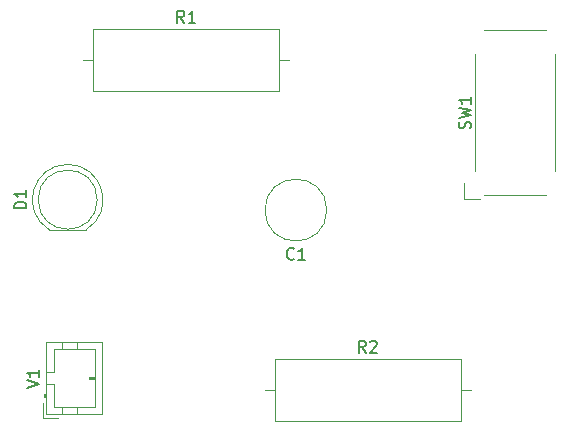
<source format=gbr>
%TF.GenerationSoftware,KiCad,Pcbnew,(6.0.10)*%
%TF.CreationDate,2023-02-17T15:21:22-08:00*%
%TF.ProjectId,LED,4c45442e-6b69-4636-9164-5f7063625858,rev?*%
%TF.SameCoordinates,Original*%
%TF.FileFunction,Legend,Top*%
%TF.FilePolarity,Positive*%
%FSLAX46Y46*%
G04 Gerber Fmt 4.6, Leading zero omitted, Abs format (unit mm)*
G04 Created by KiCad (PCBNEW (6.0.10)) date 2023-02-17 15:21:22*
%MOMM*%
%LPD*%
G01*
G04 APERTURE LIST*
%ADD10C,0.150000*%
%ADD11C,0.120000*%
G04 APERTURE END LIST*
D10*
%TO.C,D1*%
X110792352Y-81138111D02*
X109792352Y-81138111D01*
X109792352Y-80900016D01*
X109839972Y-80757158D01*
X109935210Y-80661920D01*
X110030448Y-80614301D01*
X110220924Y-80566682D01*
X110363781Y-80566682D01*
X110554257Y-80614301D01*
X110649495Y-80661920D01*
X110744733Y-80757158D01*
X110792352Y-80900016D01*
X110792352Y-81138111D01*
X110792352Y-79614301D02*
X110792352Y-80185730D01*
X110792352Y-79900016D02*
X109792352Y-79900016D01*
X109935210Y-79995254D01*
X110030448Y-80090492D01*
X110078067Y-80185730D01*
%TO.C,R2*%
X139533333Y-93352380D02*
X139200000Y-92876190D01*
X138961904Y-93352380D02*
X138961904Y-92352380D01*
X139342857Y-92352380D01*
X139438095Y-92400000D01*
X139485714Y-92447619D01*
X139533333Y-92542857D01*
X139533333Y-92685714D01*
X139485714Y-92780952D01*
X139438095Y-92828571D01*
X139342857Y-92876190D01*
X138961904Y-92876190D01*
X139914285Y-92447619D02*
X139961904Y-92400000D01*
X140057142Y-92352380D01*
X140295238Y-92352380D01*
X140390476Y-92400000D01*
X140438095Y-92447619D01*
X140485714Y-92542857D01*
X140485714Y-92638095D01*
X140438095Y-92780952D01*
X139866666Y-93352380D01*
X140485714Y-93352380D01*
%TO.C,SW1*%
X148374761Y-74365833D02*
X148422380Y-74222976D01*
X148422380Y-73984880D01*
X148374761Y-73889642D01*
X148327142Y-73842023D01*
X148231904Y-73794404D01*
X148136666Y-73794404D01*
X148041428Y-73842023D01*
X147993809Y-73889642D01*
X147946190Y-73984880D01*
X147898571Y-74175357D01*
X147850952Y-74270595D01*
X147803333Y-74318214D01*
X147708095Y-74365833D01*
X147612857Y-74365833D01*
X147517619Y-74318214D01*
X147470000Y-74270595D01*
X147422380Y-74175357D01*
X147422380Y-73937261D01*
X147470000Y-73794404D01*
X147422380Y-73461071D02*
X148422380Y-73222976D01*
X147708095Y-73032500D01*
X148422380Y-72842023D01*
X147422380Y-72603928D01*
X148422380Y-71699166D02*
X148422380Y-72270595D01*
X148422380Y-71984880D02*
X147422380Y-71984880D01*
X147565238Y-72080119D01*
X147660476Y-72175357D01*
X147708095Y-72270595D01*
%TO.C,R1*%
X124163333Y-65412380D02*
X123830000Y-64936190D01*
X123591904Y-65412380D02*
X123591904Y-64412380D01*
X123972857Y-64412380D01*
X124068095Y-64460000D01*
X124115714Y-64507619D01*
X124163333Y-64602857D01*
X124163333Y-64745714D01*
X124115714Y-64840952D01*
X124068095Y-64888571D01*
X123972857Y-64936190D01*
X123591904Y-64936190D01*
X125115714Y-65412380D02*
X124544285Y-65412380D01*
X124830000Y-65412380D02*
X124830000Y-64412380D01*
X124734761Y-64555238D01*
X124639523Y-64650476D01*
X124544285Y-64698095D01*
%TO.C,C1*%
X133453333Y-85387142D02*
X133405714Y-85434761D01*
X133262857Y-85482380D01*
X133167619Y-85482380D01*
X133024761Y-85434761D01*
X132929523Y-85339523D01*
X132881904Y-85244285D01*
X132834285Y-85053809D01*
X132834285Y-84910952D01*
X132881904Y-84720476D01*
X132929523Y-84625238D01*
X133024761Y-84530000D01*
X133167619Y-84482380D01*
X133262857Y-84482380D01*
X133405714Y-84530000D01*
X133453333Y-84577619D01*
X134405714Y-85482380D02*
X133834285Y-85482380D01*
X134120000Y-85482380D02*
X134120000Y-84482380D01*
X134024761Y-84625238D01*
X133929523Y-84720476D01*
X133834285Y-84768095D01*
%TO.C,V1*%
X110852380Y-96329523D02*
X111852380Y-95996190D01*
X110852380Y-95662857D01*
X111852380Y-94805714D02*
X111852380Y-95377142D01*
X111852380Y-95091428D02*
X110852380Y-95091428D01*
X110995238Y-95186666D01*
X111090476Y-95281904D01*
X111138095Y-95377142D01*
D11*
%TO.C,D1*%
X112754972Y-82960016D02*
X115844972Y-82960016D01*
X115844802Y-82960016D02*
G75*
G03*
X114299510Y-77410016I-1544830J2560000D01*
G01*
X114300434Y-77410016D02*
G75*
G03*
X112755142Y-82960016I-462J-2990000D01*
G01*
X116799972Y-80400016D02*
G75*
G03*
X116799972Y-80400016I-2500000J0D01*
G01*
%TO.C,R2*%
X148420000Y-96520000D02*
X147570000Y-96520000D01*
X130980000Y-96520000D02*
X131830000Y-96520000D01*
X147570000Y-93900000D02*
X131830000Y-93900000D01*
X131830000Y-93900000D02*
X131830000Y-99140000D01*
X147570000Y-99140000D02*
X147570000Y-93900000D01*
X131830000Y-99140000D02*
X147570000Y-99140000D01*
%TO.C,SW1*%
X154770000Y-80032500D02*
X149570000Y-80032500D01*
X149170000Y-80332500D02*
X147870000Y-80332500D01*
X148820000Y-77982500D02*
X148820000Y-68082500D01*
X155520000Y-68082500D02*
X155520000Y-77982500D01*
X147870000Y-80332500D02*
X147870000Y-79032500D01*
X149570000Y-66032500D02*
X154770000Y-66032500D01*
%TO.C,R1*%
X116460000Y-65960000D02*
X116460000Y-71200000D01*
X133050000Y-68580000D02*
X132200000Y-68580000D01*
X116460000Y-71200000D02*
X132200000Y-71200000D01*
X132200000Y-71200000D02*
X132200000Y-65960000D01*
X132200000Y-65960000D02*
X116460000Y-65960000D01*
X115610000Y-68580000D02*
X116460000Y-68580000D01*
%TO.C,C1*%
X136240000Y-81280000D02*
G75*
G03*
X136240000Y-81280000I-2620000J0D01*
G01*
%TO.C,V1*%
X112490000Y-96820000D02*
X112290000Y-96820000D01*
X113100000Y-96020000D02*
X113100000Y-97970000D01*
X113100000Y-97970000D02*
X116600000Y-97970000D01*
X116600000Y-95520000D02*
X116100000Y-95520000D01*
X113800000Y-92460000D02*
X113800000Y-93070000D01*
X113800000Y-98580000D02*
X113800000Y-97970000D01*
X115100000Y-98580000D02*
X115100000Y-97970000D01*
X112190000Y-98880000D02*
X113440000Y-98880000D01*
X116600000Y-97970000D02*
X116600000Y-93070000D01*
X115100000Y-92460000D02*
X115100000Y-93070000D01*
X116100000Y-95620000D02*
X116100000Y-95420000D01*
X112190000Y-97630000D02*
X112190000Y-98880000D01*
X112290000Y-97120000D02*
X112490000Y-97120000D01*
X113100000Y-93070000D02*
X113100000Y-95020000D01*
X117210000Y-98580000D02*
X117210000Y-92460000D01*
X112390000Y-96820000D02*
X112390000Y-97120000D01*
X116600000Y-93070000D02*
X113100000Y-93070000D01*
X116100000Y-95420000D02*
X116600000Y-95420000D01*
X113100000Y-95020000D02*
X112490000Y-95020000D01*
X112290000Y-96820000D02*
X112290000Y-97120000D01*
X112490000Y-96020000D02*
X113100000Y-96020000D01*
X112490000Y-98580000D02*
X117210000Y-98580000D01*
X117210000Y-92460000D02*
X112490000Y-92460000D01*
X116600000Y-95620000D02*
X116100000Y-95620000D01*
X112490000Y-92460000D02*
X112490000Y-98580000D01*
%TD*%
M02*

</source>
